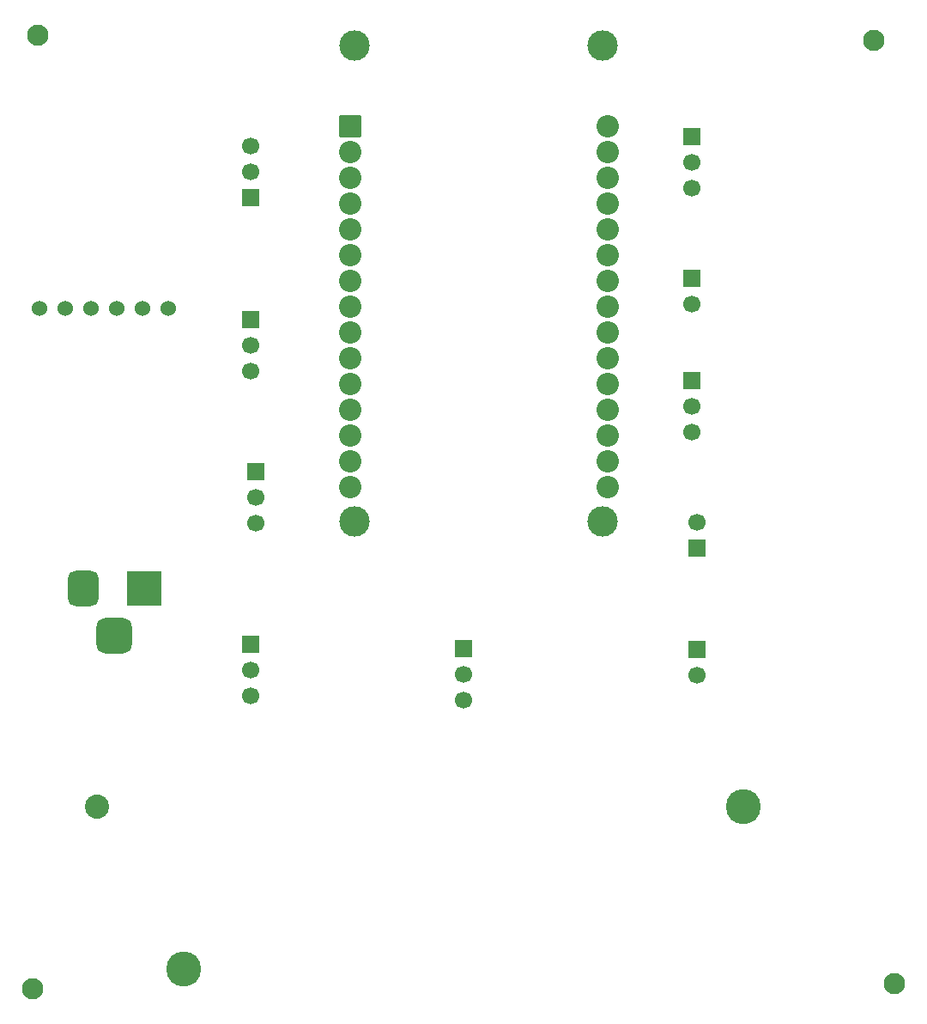
<source format=gbr>
%TF.GenerationSoftware,KiCad,Pcbnew,9.0.6*%
%TF.CreationDate,2025-12-01T09:05:12-05:00*%
%TF.ProjectId,Invernadero Automatizado,496e7665-726e-4616-9465-726f20417574,rev?*%
%TF.SameCoordinates,Original*%
%TF.FileFunction,Soldermask,Bot*%
%TF.FilePolarity,Negative*%
%FSLAX46Y46*%
G04 Gerber Fmt 4.6, Leading zero omitted, Abs format (unit mm)*
G04 Created by KiCad (PCBNEW 9.0.6) date 2025-12-01 09:05:12*
%MOMM*%
%LPD*%
G01*
G04 APERTURE LIST*
G04 Aperture macros list*
%AMRoundRect*
0 Rectangle with rounded corners*
0 $1 Rounding radius*
0 $2 $3 $4 $5 $6 $7 $8 $9 X,Y pos of 4 corners*
0 Add a 4 corners polygon primitive as box body*
4,1,4,$2,$3,$4,$5,$6,$7,$8,$9,$2,$3,0*
0 Add four circle primitives for the rounded corners*
1,1,$1+$1,$2,$3*
1,1,$1+$1,$4,$5*
1,1,$1+$1,$6,$7*
1,1,$1+$1,$8,$9*
0 Add four rect primitives between the rounded corners*
20,1,$1+$1,$2,$3,$4,$5,0*
20,1,$1+$1,$4,$5,$6,$7,0*
20,1,$1+$1,$6,$7,$8,$9,0*
20,1,$1+$1,$8,$9,$2,$3,0*%
G04 Aperture macros list end*
%ADD10R,1.700000X1.700000*%
%ADD11C,1.700000*%
%ADD12C,2.390000*%
%ADD13C,3.450000*%
%ADD14R,3.500000X3.500000*%
%ADD15RoundRect,0.750000X-0.750000X-1.000000X0.750000X-1.000000X0.750000X1.000000X-0.750000X1.000000X0*%
%ADD16RoundRect,0.875000X-0.875000X-0.875000X0.875000X-0.875000X0.875000X0.875000X-0.875000X0.875000X0*%
%ADD17C,2.100000*%
%ADD18C,1.524000*%
%ADD19C,3.000000*%
%ADD20RoundRect,0.102000X-1.000000X-1.000000X1.000000X-1.000000X1.000000X1.000000X-1.000000X1.000000X0*%
%ADD21C,2.204000*%
G04 APERTURE END LIST*
D10*
%TO.C,J8*%
X146000000Y-77500000D03*
D11*
X146000000Y-80040000D03*
%TD*%
D10*
%TO.C,J6*%
X102500000Y-81500000D03*
D11*
X102500000Y-84040000D03*
X102500000Y-86580000D03*
%TD*%
D10*
%TO.C,J9*%
X146500000Y-104040000D03*
D11*
X146500000Y-101500000D03*
%TD*%
D10*
%TO.C,J4*%
X102500000Y-113500000D03*
D11*
X102500000Y-116040000D03*
X102500000Y-118580000D03*
%TD*%
D12*
%TO.C,BT1*%
X87370000Y-129500000D03*
D13*
X95880000Y-145500000D03*
X151120000Y-129500000D03*
%TD*%
D10*
%TO.C,J12*%
X123525000Y-113975000D03*
D11*
X123525000Y-116515000D03*
X123525000Y-119055000D03*
%TD*%
D14*
%TO.C,J7*%
X92000000Y-108000000D03*
D15*
X86000000Y-108000000D03*
D16*
X89000000Y-112700000D03*
%TD*%
D10*
%TO.C,J10*%
X146500000Y-114000000D03*
D11*
X146500000Y-116540000D03*
%TD*%
D17*
%TO.C,REF\u002A\u002A*%
X81500000Y-53500000D03*
%TD*%
D10*
%TO.C,J1*%
X146000000Y-63500000D03*
D11*
X146000000Y-66040000D03*
X146000000Y-68580000D03*
%TD*%
D18*
%TO.C,U1*%
X81650000Y-80430000D03*
X84190000Y-80430000D03*
X86730000Y-80430000D03*
X89270000Y-80430000D03*
X91810000Y-80430000D03*
X94350000Y-80430000D03*
%TD*%
D10*
%TO.C,J3*%
X103000000Y-96500000D03*
D11*
X103000000Y-99040000D03*
X103000000Y-101580000D03*
%TD*%
D10*
%TO.C,J2*%
X146000000Y-87500000D03*
D11*
X146000000Y-90040000D03*
X146000000Y-92580000D03*
%TD*%
D17*
%TO.C,REF\u002A\u002A*%
X164000000Y-54000000D03*
%TD*%
D10*
%TO.C,J5*%
X102500000Y-69500000D03*
D11*
X102500000Y-66960000D03*
X102500000Y-64420000D03*
%TD*%
D17*
%TO.C,REF\u002A\u002A*%
X81000000Y-147500000D03*
%TD*%
%TO.C,REF\u002A\u002A*%
X166000000Y-147000000D03*
%TD*%
D19*
%TO.C,U2*%
X112720000Y-54500000D03*
X112720000Y-101450000D03*
X137230000Y-54500000D03*
X137230000Y-101450000D03*
D20*
X112300000Y-62460000D03*
D21*
X112300000Y-65000000D03*
X112300000Y-67540000D03*
X112300000Y-70080000D03*
X112300000Y-72620000D03*
X112300000Y-75160000D03*
X112300000Y-77700000D03*
X112300000Y-80240000D03*
X112300000Y-82780000D03*
X112300000Y-85320000D03*
X112300000Y-87860000D03*
X112300000Y-90400000D03*
X112300000Y-92940000D03*
X112300000Y-95480000D03*
X112300000Y-98020000D03*
X137700000Y-98020000D03*
X137700000Y-95480000D03*
X137700000Y-92940000D03*
X137700000Y-90400000D03*
X137700000Y-87860000D03*
X137700000Y-85320000D03*
X137700000Y-82780000D03*
X137700000Y-80240000D03*
X137700000Y-77700000D03*
X137700000Y-75160000D03*
X137700000Y-72620000D03*
X137700000Y-70080000D03*
X137700000Y-67540000D03*
X137700000Y-65000000D03*
X137700000Y-62460000D03*
%TD*%
M02*

</source>
